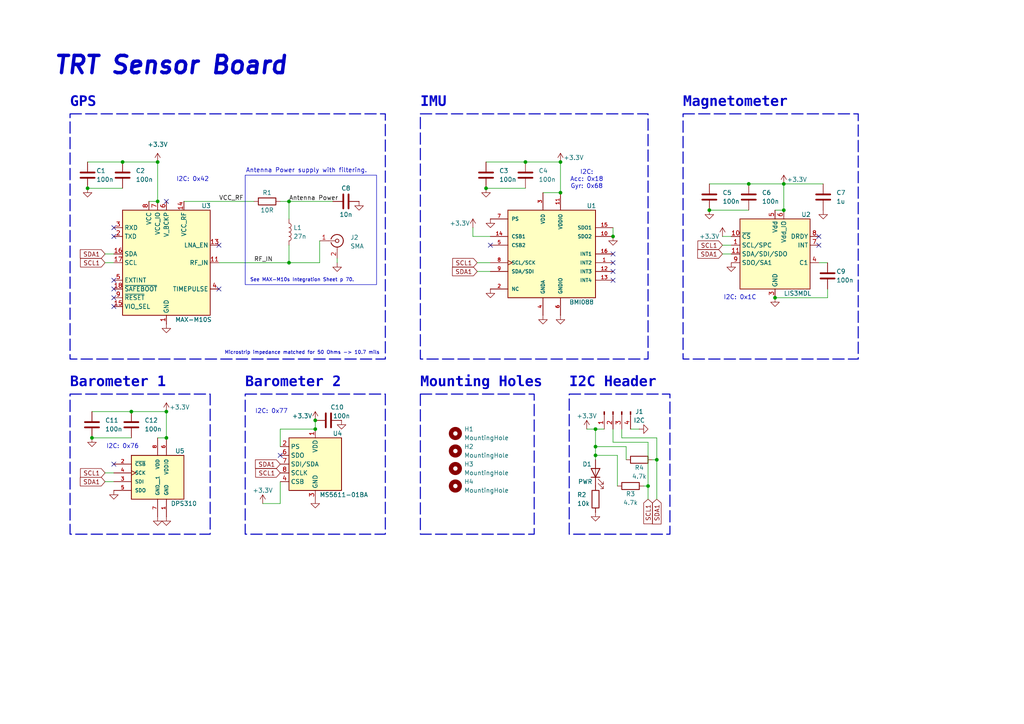
<source format=kicad_sch>
(kicad_sch (version 20231120) (generator "eeschema") (generator_version "8.0")
  (paper "A4")
  (title_block (title "TRT Sensor Board") (date "2024-09-04") (rev "0.1") (company "TRT"))
  (lib_symbols
    (symbol "BMI088:BMI088" (pin_names (offset 1.016))
      (property "Reference" "U" (at 7.62 15.24 0))
      (property "Value" "BMI088" (at 5.08 -15.24 0))
      (symbol "BMI088_0_0"
        (rectangle (start -12.7 12.7) (end 12.7 -12.7) (stroke (width 0.254)) (fill (type background)))
        (pin bidirectional line (at 17.78 -2.54 180) (length 5.08) (name "INT2") (number "1"))
        (pin output line (at 17.78 5.08 180) (length 5.08) (name "SDO2") (number "10"))
        (pin power_in line (at 2.54 17.78 270) (length 5.08) (name "VDDIO") (number "11"))
        (pin bidirectional line (at 17.78 -5.08 180) (length 5.08) (name "INT3") (number "12"))
        (pin bidirectional line (at 17.78 -7.62 180) (length 5.08) (name "INT4") (number "13"))
        (pin input line (at -17.78 5.08 0) (length 5.08) (name "CSB1") (number "14"))
        (pin output line (at 17.78 7.62 180) (length 5.08) (name "SDO1") (number "15"))
        (pin bidirectional line (at 17.78 0 180) (length 5.08) (name "INT1") (number "16"))
        (pin passive line (at -17.78 -10.16 0) (length 5.08) (name "NC") (number "2"))
        (pin power_in line (at -2.54 17.78 270) (length 5.08) (name "VDD") (number "3"))
        (pin power_in line (at -2.54 -17.78 90) (length 5.08) (name "GNDA") (number "4"))
        (pin input line (at -17.78 2.54 0) (length 5.08) (name "CSB2") (number "5"))
        (pin power_in line (at 2.54 -17.78 90) (length 5.08) (name "GNDIO") (number "6"))
        (pin input line (at -17.78 10.16 0) (length 5.08) (name "PS") (number "7"))
        (pin input clock (at -17.78 -2.54 0) (length 5.08) (name "SCL/SCK") (number "8"))
        (pin bidirectional line (at -17.78 -5.08 0) (length 5.08) (name "SDA/SDI") (number "9"))
      )
    )
    (symbol "Connector:Conn_01x04_Pin" (pin_names (offset 1.016) hide)
      (property "Reference" "J" (at 0 5.08 0))
      (property "Value" "Conn_01x04_Pin" (at 0 -7.62 0))
      (symbol "Conn_01x04_Pin_1_1"
        (polyline (pts (xy 1.27 -5.08) (xy 0.8636 -5.08)) (stroke (width 0.1524)))
        (polyline (pts (xy 1.27 -2.54) (xy 0.8636 -2.54)) (stroke (width 0.1524)))
        (polyline (pts (xy 1.27 0) (xy 0.8636 0)) (stroke (width 0.1524)))
        (polyline (pts (xy 1.27 2.54) (xy 0.8636 2.54)) (stroke (width 0.1524)))
        (rectangle (start 0.8636 -4.953) (end 0 -5.207) (stroke (width 0.1524)) (fill (type outline)))
        (rectangle (start 0.8636 -2.413) (end 0 -2.667) (stroke (width 0.1524)) (fill (type outline)))
        (rectangle (start 0.8636 0.127) (end 0 -0.127) (stroke (width 0.1524)) (fill (type outline)))
        (rectangle (start 0.8636 2.667) (end 0 2.413) (stroke (width 0.1524)) (fill (type outline)))
        (pin passive line (at 5.08 2.54 180) (length 3.81) (name "Pin_1") (number "1"))
        (pin passive line (at 5.08 0 180) (length 3.81) (name "Pin_2") (number "2"))
        (pin passive line (at 5.08 -2.54 180) (length 3.81) (name "Pin_3") (number "3"))
        (pin passive line (at 5.08 -5.08 180) (length 3.81) (name "Pin_4") (number "4"))
      )
    )
    (symbol "Connector:Conn_Coaxial" (pin_names (offset 1.016) hide)
      (property "Reference" "J" (at 0.254 3.048 0))
      (property "Value" "Conn_Coaxial" (at 2.921 0 90))
      (symbol "Conn_Coaxial_0_1"
        (arc (start -1.778 -0.508) (mid 0.2311 -1.8066) (end 1.778 0) (stroke (width 0.254)))
        (polyline (pts (xy -2.54 0) (xy -0.508 0)))
        (polyline (pts (xy 0 -2.54) (xy 0 -1.778)))
        (circle (center 0 0) (radius 0.508) (stroke (width 0.2032)))
        (arc (start 1.778 0) (mid 0.2099 1.8101) (end -1.778 0.508) (stroke (width 0.254)))
      )
      (symbol "Conn_Coaxial_1_1"
        (pin passive line (at -5.08 0 0) (length 2.54) (name "In") (number "1"))
        (pin passive line (at 0 -5.08 90) (length 2.54) (name "Ext") (number "2"))
      )
    )
    (symbol "DPS310XTSA1:DPS310XTSA1" (pin_names (offset 1.016))
      (property "Reference" "U" (at 2.54 5.08 0))
      (property "Value" "DPS310XTSA1" (at -7.62 -7.62 0))
      (symbol "DPS310XTSA1_0_0"
        (rectangle (start -10.16 5.08) (end 5.08 -7.62) (stroke (width 0.254)) (fill (type background)))
        (pin power_in line (at 0 -12.7 90) (length 5.08) (name "GND") (number "1"))
        (pin input line (at -15.24 2.54 0) (length 5.08) (name "~{CSB}") (number "2"))
        (pin bidirectional line (at -15.24 -2.54 0) (length 5.08) (name "SDI") (number "3"))
        (pin input clock (at -15.24 0 0) (length 5.08) (name "SCK") (number "4"))
        (pin output line (at -15.24 -5.08 0) (length 5.08) (name "SDO") (number "5"))
        (pin power_in line (at 0 10.16 270) (length 5.08) (name "VDDIO") (number "6"))
        (pin power_in line (at -2.54 -12.7 90) (length 5.08) (name "GND__1") (number "7"))
        (pin power_in line (at -2.54 10.16 270) (length 5.08) (name "VDD") (number "8"))
      )
    )
    (symbol "Device:C" (pin_numbers hide) (pin_names (offset 0.254))
      (property "Reference" "C" (at 0.635 2.54 0))
      (property "Value" "C" (at 0.635 -2.54 0))
      (symbol "C_0_1"
        (polyline (pts (xy -2.032 -0.762) (xy 2.032 -0.762)) (stroke (width 0.508)))
        (polyline (pts (xy -2.032 0.762) (xy 2.032 0.762)) (stroke (width 0.508)))
      )
      (symbol "C_1_1"
        (pin passive line (at 0 3.81 270) (length 2.794) (name "~") (number "1"))
        (pin passive line (at 0 -3.81 90) (length 2.794) (name "~") (number "2"))
      )
    )
    (symbol "Device:L" (pin_numbers hide) (pin_names (offset 1.016) hide)
      (property "Reference" "L" (at -1.27 0 90))
      (property "Value" "L" (at 1.905 0 90))
      (symbol "L_0_1"
        (arc (start 0 -2.54) (mid 0.6323 -1.905) (end 0 -1.27))
        (arc (start 0 -1.27) (mid 0.6323 -0.635) (end 0 0))
        (arc (start 0 0) (mid 0.6323 0.635) (end 0 1.27))
        (arc (start 0 1.27) (mid 0.6323 1.905) (end 0 2.54))
      )
      (symbol "L_1_1"
        (pin passive line (at 0 3.81 270) (length 1.27) (name "1") (number "1"))
        (pin passive line (at 0 -3.81 90) (length 1.27) (name "2") (number "2"))
      )
    )
    (symbol "Device:LED" (pin_numbers hide) (pin_names (offset 1.016) hide)
      (property "Reference" "D" (at 0 2.54 0))
      (property "Value" "LED" (at 0 -2.54 0))
      (symbol "LED_0_1"
        (polyline (pts (xy -1.27 -1.27) (xy -1.27 1.27)) (stroke (width 0.254)))
        (polyline (pts (xy -1.27 0) (xy 1.27 0)))
        (polyline (pts (xy 1.27 -1.27) (xy 1.27 1.27) (xy -1.27 0) (xy 1.27 -1.27)) (stroke (width 0.254)))
        (polyline (pts (xy -3.048 -0.762) (xy -4.572 -2.286) (xy -3.81 -2.286) (xy -4.572 -2.286) (xy -4.572 -1.524)))
        (polyline (pts (xy -1.778 -0.762) (xy -3.302 -2.286) (xy -2.54 -2.286) (xy -3.302 -2.286) (xy -3.302 -1.524)))
      )
      (symbol "LED_1_1"
        (pin passive line (at -3.81 0 0) (length 2.54) (name "K") (number "1"))
        (pin passive line (at 3.81 0 180) (length 2.54) (name "A") (number "2"))
      )
    )
    (symbol "Device:R" (pin_numbers hide) (pin_names (offset 0))
      (property "Reference" "R" (at 2.032 0 90))
      (property "Value" "R" (at 0 0 90))
      (symbol "R_0_1"
        (rectangle (start -1.016 -2.54) (end 1.016 2.54) (stroke (width 0.254)))
      )
      (symbol "R_1_1"
        (pin passive line (at 0 3.81 270) (length 1.27) (name "~") (number "1"))
        (pin passive line (at 0 -3.81 90) (length 1.27) (name "~") (number "2"))
      )
    )
    (symbol "Mechanical:MountingHole" (pin_names (offset 1.016)) (exclude_from_sim yes) (in_bom no)
      (property "Reference" "H" (at 0 5.08 0))
      (property "Value" "MountingHole" (at 0 3.175 0))
      (symbol "MountingHole_0_1"
        (circle (center 0 0) (radius 1.27) (stroke (width 1.27)))
      )
    )
    (symbol "RF_GPS:MAX-M10S"
      (property "Reference" "U" (at -10.16 16.51 0))
      (property "Value" "MAX-M10S" (at 11.43 16.51 0))
      (symbol "MAX-M10S_0_1"
        (rectangle (start 12.7 15.24) (end -12.7 -15.24) (stroke (width 0.254)) (fill (type background)))
      )
      (symbol "MAX-M10S_1_1"
        (pin power_in line (at 0 -17.78 90) (length 2.54) (name "GND") (number "1"))
        (pin passive line (at 0 -17.78 90) (length 2.54) hide (name "GND") (number "10"))
        (pin input line (at 15.24 0 180) (length 2.54) (name "RF_IN") (number "11"))
        (pin passive line (at 0 -17.78 90) (length 2.54) hide (name "GND") (number "12"))
        (pin output line (at 15.24 5.08 180) (length 2.54) (name "LNA_EN") (number "13"))
        (pin power_out line (at 5.08 17.78 270) (length 2.54) (name "VCC_RF") (number "14"))
        (pin input line (at -15.24 -12.7 0) (length 2.54) (name "VIO_SEL") (number "15"))
        (pin bidirectional line (at -15.24 2.54 0) (length 2.54) (name "SDA") (number "16"))
        (pin input line (at -15.24 0 0) (length 2.54) (name "SCL") (number "17"))
        (pin input line (at -15.24 -7.62 0) (length 2.54) (name "~{SAFEBOOT}") (number "18"))
        (pin output line (at -15.24 7.62 0) (length 2.54) (name "TXD") (number "2"))
        (pin input line (at -15.24 10.16 0) (length 2.54) (name "RXD") (number "3"))
        (pin output line (at 15.24 -7.62 180) (length 2.54) (name "TIMEPULSE") (number "4"))
        (pin input line (at -15.24 -5.08 0) (length 2.54) (name "EXTINT") (number "5"))
        (pin power_in line (at 0 17.78 270) (length 2.54) (name "V_BCKP") (number "6"))
        (pin power_in line (at -2.54 17.78 270) (length 2.54) (name "VCC_IO") (number "7"))
        (pin power_in line (at -5.08 17.78 270) (length 2.54) (name "VCC") (number "8"))
        (pin input line (at -15.24 -10.16 0) (length 2.54) (name "~{RESET}") (number "9"))
      )
    )
    (symbol "Sensor_Magnetic:LIS3MDL"
      (property "Reference" "U" (at -8.89 11.43 0))
      (property "Value" "LIS3MDL" (at 7.62 11.43 0))
      (symbol "LIS3MDL_0_1"
        (rectangle (start -10.16 10.16) (end 10.16 -10.16) (stroke (width 0.254)) (fill (type background)))
      )
      (symbol "LIS3MDL_1_1"
        (pin input line (at -12.7 2.54 0) (length 2.54) (name "SCL/SPC") (number "1"))
        (pin input line (at -12.7 5.08 0) (length 2.54) (name "~{CS}") (number "10"))
        (pin bidirectional line (at -12.7 0 0) (length 2.54) (name "SDA/SDI/SDO") (number "11"))
        (pin passive line (at 0 -12.7 90) (length 2.54) hide (name "GND") (number "12"))
        (pin passive line (at 0 -12.7 90) (length 2.54) hide (name "GND") (number "2"))
        (pin power_in line (at 0 -12.7 90) (length 2.54) (name "GND") (number "3"))
        (pin power_out line (at 12.7 -2.54 180) (length 2.54) (name "C1") (number "4"))
        (pin power_in line (at 0 12.7 270) (length 2.54) (name "Vdd") (number "5"))
        (pin power_in line (at 2.54 12.7 270) (length 2.54) (name "Vdd_IO") (number "6"))
        (pin output line (at 12.7 2.54 180) (length 2.54) (name "INT") (number "7"))
        (pin output line (at 12.7 5.08 180) (length 2.54) (name "DRDY") (number "8"))
        (pin bidirectional line (at -12.7 -2.54 0) (length 2.54) (name "SDO/SA1") (number "9"))
      )
    )
    (symbol "Sensor_Pressure:MS5611-01BA"
      (property "Reference" "U" (at -6.35 8.89 0))
      (property "Value" "MS5611-01BA" (at 7.62 8.89 0))
      (symbol "MS5611-01BA_0_1"
        (rectangle (start -7.62 7.62) (end 7.62 -7.62) (stroke (width 0.254)) (fill (type background)))
      )
      (symbol "MS5611-01BA_1_1"
        (pin power_in line (at 0 10.16 270) (length 2.54) (name "VDD") (number "1"))
        (pin input line (at -10.16 5.08 0) (length 2.54) (name "PS") (number "2"))
        (pin power_in line (at 0 -10.16 90) (length 2.54) (name "GND") (number "3"))
        (pin input line (at -10.16 -5.08 0) (length 2.54) (name "CSB") (number "4"))
        (pin input line (at -10.16 -5.08 0) (length 2.54) hide (name "CSB") (number "5"))
        (pin output line (at -10.16 2.54 0) (length 2.54) (name "SDO") (number "6"))
        (pin bidirectional line (at -10.16 0 0) (length 2.54) (name "SDI/SDA") (number "7"))
        (pin input line (at -10.16 -2.54 0) (length 2.54) (name "SCLK") (number "8"))
      )
    )
    (symbol "power:+3.3V" (power) (pin_numbers hide) (pin_names (offset 0) hide)
      (property "Value" "+3.3V" (at 0 3.556 0))
      (symbol "+3.3V_0_1"
        (polyline (pts (xy -0.762 1.27) (xy 0 2.54)))
        (polyline (pts (xy 0 0) (xy 0 2.54)))
        (polyline (pts (xy 0 2.54) (xy 0.762 1.27)))
      )
      (symbol "+3.3V_1_1"
        (pin power_in line (at 0 0 90) (length 0) (name "~") (number "1"))
      )
    )
    (symbol "power:GND" (power) (pin_numbers hide) (pin_names (offset 0) hide)
      (property "Value" "GND" (at 0 -3.81 0))
      (symbol "GND_0_1"
        (polyline (pts (xy 0 0) (xy 0 -1.27) (xy 1.27 -1.27) (xy 0 -2.54) (xy -1.27 -1.27) (xy 0 -1.27)))
      )
      (symbol "GND_1_1"
        (pin power_in line (at 0 0 270) (length 0) (name "~") (number "1"))
      )
    )
  )
  (junction (at 172.72 124.46))
  (junction (at 227.33 53.34))
  (junction (at 162.56 55.88))
  (junction (at 224.79 86.36))
  (junction (at 162.56 46.99))
  (junction (at 172.72 132.08))
  (junction (at 217.17 53.34))
  (junction (at 205.74 60.96))
  (junction (at 152.4 46.99))
  (junction (at 25.4 54.61))
  (junction (at 83.82 76.2))
  (junction (at 190.5 133.35))
  (junction (at 26.67 127))
  (junction (at 172.72 129.54))
  (junction (at 35.56 46.99))
  (junction (at 91.44 124.46))
  (junction (at 83.82 58.42))
  (junction (at 140.97 54.61))
  (junction (at 177.8 68.58))
  (junction (at 38.1 119.38))
  (junction (at 227.33 60.96))
  (junction (at 187.96 140.97))
  (junction (at 45.72 46.99))
  (junction (at 48.26 127))
  (junction (at 91.44 121.92))
  (junction (at 48.26 119.38))
  (junction (at 45.72 58.42))
  (no_connect (at 33.02 86.36))
  (no_connect (at 142.24 71.12))
  (no_connect (at 33.02 66.04))
  (no_connect (at 33.02 83.82))
  (no_connect (at 63.5 83.82))
  (no_connect (at 237.49 68.58))
  (no_connect (at 33.02 88.9))
  (no_connect (at 81.28 132.08))
  (no_connect (at 33.02 81.28))
  (no_connect (at 33.02 134.62))
  (no_connect (at 33.02 68.58))
  (no_connect (at 177.8 76.2))
  (no_connect (at 237.49 71.12))
  (no_connect (at 63.5 71.12))
  (no_connect (at 177.8 78.74))
  (no_connect (at 48.26 58.42))
  (no_connect (at 177.8 73.66))
  (no_connect (at 177.8 81.28))
  (wire (pts (xy 172.72 124.46) (xy 170.18 124.46)))
  (wire (pts (xy 190.5 144.78) (xy 190.5 133.35)))
  (wire (pts (xy 190.5 127) (xy 180.34 127)))
  (wire (pts (xy 43.18 58.42) (xy 45.72 58.42)))
  (wire (pts (xy 177.8 128.27) (xy 177.8 124.46)))
  (wire (pts (xy 81.28 139.7) (xy 81.28 146.05)))
  (wire (pts (xy 227.33 53.34) (xy 227.33 60.96)))
  (wire (pts (xy 45.72 46.99) (xy 45.72 58.42)))
  (wire (pts (xy 30.48 76.2) (xy 33.02 76.2)))
  (wire (pts (xy 162.56 46.99) (xy 162.56 55.88)))
  (wire (pts (xy 138.43 76.2) (xy 142.24 76.2)))
  (wire (pts (xy 152.4 46.99) (xy 162.56 46.99)))
  (wire (pts (xy 35.56 46.99) (xy 45.72 46.99)))
  (wire (pts (xy 53.34 58.42) (xy 73.66 58.42)))
  (wire (pts (xy 190.5 133.35) (xy 190.5 127)))
  (wire (pts (xy 240.03 83.82) (xy 240.03 86.36)))
  (wire (pts (xy 138.43 78.74) (xy 142.24 78.74)))
  (wire (pts (xy 180.34 127) (xy 180.34 124.46)))
  (wire (pts (xy 189.23 133.35) (xy 190.5 133.35)))
  (wire (pts (xy 92.71 76.2) (xy 92.71 69.85)))
  (wire (pts (xy 83.82 58.42) (xy 96.52 58.42)))
  (wire (pts (xy 172.72 124.46) (xy 175.26 124.46)))
  (wire (pts (xy 186.69 140.97) (xy 187.96 140.97)))
  (wire (pts (xy 30.48 139.7) (xy 33.02 139.7)))
  (wire (pts (xy 83.82 76.2) (xy 92.71 76.2)))
  (wire (pts (xy 179.07 140.97) (xy 179.07 132.08)))
  (wire (pts (xy 140.97 46.99) (xy 152.4 46.99)))
  (wire (pts (xy 45.72 127) (xy 48.26 127)))
  (wire (pts (xy 172.72 132.08) (xy 172.72 129.54)))
  (wire (pts (xy 81.28 124.46) (xy 81.28 129.54)))
  (wire (pts (xy 182.88 124.46) (xy 185.42 124.46)))
  (wire (pts (xy 212.09 68.58) (xy 209.55 68.58)))
  (wire (pts (xy 179.07 132.08) (xy 172.72 132.08)))
  (wire (pts (xy 91.44 121.92) (xy 91.44 124.46)))
  (wire (pts (xy 172.72 129.54) (xy 172.72 124.46)))
  (wire (pts (xy 187.96 128.27) (xy 187.96 140.97)))
  (wire (pts (xy 30.48 137.16) (xy 33.02 137.16)))
  (wire (pts (xy 209.55 71.12) (xy 212.09 71.12)))
  (wire (pts (xy 81.28 124.46) (xy 91.44 124.46)))
  (wire (pts (xy 38.1 119.38) (xy 48.26 119.38)))
  (wire (pts (xy 97.79 74.93) (xy 97.79 76.2)))
  (wire (pts (xy 177.8 66.04) (xy 177.8 68.58)))
  (wire (pts (xy 83.82 58.42) (xy 83.82 63.5)))
  (wire (pts (xy 142.24 68.58) (xy 137.16 68.58)))
  (wire (pts (xy 26.67 119.38) (xy 38.1 119.38)))
  (wire (pts (xy 26.67 127) (xy 38.1 127)))
  (wire (pts (xy 157.48 55.88) (xy 162.56 55.88)))
  (wire (pts (xy 187.96 144.78) (xy 187.96 140.97)))
  (wire (pts (xy 25.4 46.99) (xy 35.56 46.99)))
  (wire (pts (xy 140.97 54.61) (xy 152.4 54.61)))
  (wire (pts (xy 187.96 128.27) (xy 177.8 128.27)))
  (wire (pts (xy 224.79 60.96) (xy 227.33 60.96)))
  (wire (pts (xy 205.74 53.34) (xy 217.17 53.34)))
  (wire (pts (xy 48.26 119.38) (xy 48.26 127)))
  (wire (pts (xy 81.28 58.42) (xy 83.82 58.42)))
  (wire (pts (xy 181.61 129.54) (xy 172.72 129.54)))
  (wire (pts (xy 205.74 60.96) (xy 217.17 60.96)))
  (wire (pts (xy 227.33 53.34) (xy 238.76 53.34)))
  (wire (pts (xy 181.61 133.35) (xy 181.61 129.54)))
  (wire (pts (xy 30.48 73.66) (xy 33.02 73.66)))
  (wire (pts (xy 137.16 66.04) (xy 137.16 68.58)))
  (wire (pts (xy 76.2 146.05) (xy 81.28 146.05)))
  (wire (pts (xy 217.17 53.34) (xy 227.33 53.34)))
  (wire (pts (xy 63.5 76.2) (xy 83.82 76.2)))
  (wire (pts (xy 237.49 76.2) (xy 240.03 76.2)))
  (wire (pts (xy 209.55 73.66) (xy 212.09 73.66)))
  (wire (pts (xy 25.4 54.61) (xy 35.56 54.61)))
  (wire (pts (xy 83.82 71.12) (xy 83.82 76.2)))
  (wire (pts (xy 172.72 133.35) (xy 172.72 132.08)))
  (wire (pts (xy 224.79 86.36) (xy 240.03 86.36)))
  (rectangle (start 20.32 33.02) (end 111.76 104.14) (stroke (width 0.3) (type dash)))
  (rectangle (start 165.1 114.3) (end 194.31 154.94) (stroke (width 0.3) (type dash)))
  (rectangle (start 71.12 50.8) (end 109.22 82.55))
  (rectangle (start 71.12 114.3) (end 111.76 154.94) (stroke (width 0.3) (type dash)))
  (rectangle (start 121.92 33.02) (end 187.96 104.14) (stroke (width 0.3) (type dash)))
  (rectangle (start 20.32 114.3) (end 60.96 154.94) (stroke (width 0.3) (type dash)))
  (rectangle (start 198.12 33.02) (end 248.92 104.14) (stroke (width 0.3) (type dash)))
  (rectangle (start 121.92 114.3) (end 154.94 154.94) (stroke (width 0.3) (type dash)))
  (text "IMU" (at 121.92 30.48 0) (effects (font (size 3 3) (thickness 1) (bold yes)) (justify left)))
  (text "TRT Sensor Board" (at 49.53 19.05 0) (effects (font (size 5 5) (thickness 1) (bold yes) (italic yes))))
  (text "I2C:\nAcc: 0x18\nGyr: 0x68" (at 170.18 52.07 0) (effects (font (size 1.27 1.27))))
  (text "I2C: 0x1C" (at 214.63 86.36 0) (effects (font (size 1.27 1.27))))
  (text "Barometer 2" (at 71.12 111.76 0) (effects (font (size 3 3) (thickness 1) (bold yes)) (justify left)))
  (text "Magnetometer" (at 198.12 30.48 0) (effects (font (size 3 3) (thickness 1) (bold yes)) (justify left)))
  (text "GPS" (at 20.32 30.48 0) (effects (font (size 3 3) (thickness 1) (bold yes)) (justify left)))
  (text "I2C: 0x42" (at 55.88 52.07 0) (effects (font (size 1.27 1.27))))
  (text "I2C: 0x77" (at 78.74 119.38 0) (effects (font (size 1.27 1.27))))
  (text "See MAX-M10s Integration Sheet p 70." (at 87.63 81.28 0) (effects (font (size 1 1))))
  (text "I2C Header" (at 165.1 111.76 0) (effects (font (size 3 3) (thickness 1) (bold yes)) (justify left)))
  (text "Microstrip impedance matched for 50 Ohms -> 10.7 mils" (at 87.63 102.362 0) (effects (font (size 1 1))))
  (text "Mounting Holes" (at 121.92 111.76 0) (effects (font (size 3 3) (thickness 1) (bold yes)) (justify left)))
  (text "Antenna Power supply with filtering." (at 88.9 49.53 0) (effects (font (size 1.27 1.27))))
  (text "Barometer 1\n" (at 20.32 111.76 0) (effects (font (size 3 3) (thickness 1) (bold yes)) (justify left)))
  (text "I2C: 0x76" (at 35.56 129.54 0) (effects (font (size 1.27 1.27))))
  (label "Antenna Power" (at 83.82 58.42 0))
  (label "VCC_RF" (at 63.5 58.42 0))
  (label "RF_IN" (at 73.66 76.2 0))
  (global_label "SCL1" (shape input) (at 30.48 76.2 180) (property "Intersheetrefs" "${INTERSHEET_REFS}" (effects (hide yes))))
  (global_label "SCL1" (shape input) (at 138.43 76.2 180) (property "Intersheetrefs" "${INTERSHEET_REFS}" (effects (hide yes))))
  (global_label "SCL1" (shape input) (at 81.28 137.16 180) (property "Intersheetrefs" "${INTERSHEET_REFS}" (effects (hide yes))))
  (global_label "SDA1" (shape input) (at 190.5 144.78 270) (property "Intersheetrefs" "${INTERSHEET_REFS}" (effects (hide yes))))
  (global_label "SDA1" (shape input) (at 30.48 139.7 180) (property "Intersheetrefs" "${INTERSHEET_REFS}" (effects (hide yes))))
  (global_label "SDA1" (shape input) (at 81.28 134.62 180) (property "Intersheetrefs" "${INTERSHEET_REFS}" (effects (hide yes))))
  (global_label "SDA1" (shape input) (at 30.48 73.66 180) (property "Intersheetrefs" "${INTERSHEET_REFS}" (effects (hide yes))))
  (global_label "SCL1" (shape input) (at 30.48 137.16 180) (property "Intersheetrefs" "${INTERSHEET_REFS}" (effects (hide yes))))
  (global_label "SCL1" (shape input) (at 209.55 71.12 180) (property "Intersheetrefs" "${INTERSHEET_REFS}" (effects (hide yes))))
  (global_label "SDA1" (shape input) (at 138.43 78.74 180) (property "Intersheetrefs" "${INTERSHEET_REFS}" (effects (hide yes))))
  (global_label "SDA1" (shape input) (at 209.55 73.66 180) (property "Intersheetrefs" "${INTERSHEET_REFS}" (effects (hide yes))))
  (global_label "SCL1" (shape input) (at 187.96 144.78 270) (property "Intersheetrefs" "${INTERSHEET_REFS}" (effects (hide yes))))
  (symbol (lib_id "power:GND") (at 238.76 60.96 0) (unit 1)
    (property "Reference" "#PWR08" (effects (hide yes)))
    (property "Value" "GND" (effects (hide yes)))
    (property "Description" "Power symbol creates a global label with name \"GND\" , ground" (effects (hide yes)))
  )
  (symbol (lib_id "DPS310XTSA1:DPS310XTSA1") (at 48.26 137.16 0) (unit 1)
    (property "Reference" "U5" (at 50.8 130.81 0) (effects (justify left)))
    (property "Value" "DPS310" (at 49.53 146.05 0) (effects (justify left)))
    (property "Footprint" "DPS310XTSA1:XDCR_DPS310XTSA1" (effects (hide yes)))
    (property "Description" "Supply voltage range 1.7V to 3.6V | Operation range 300hPa 1200hPa | Sensors precision 0.005hPa | Relative accuracy 0.06hPa | Pressure temperature sensitivity of 0.5Pa/K | Temperature accuracy 0.5C" (effects (hide yes)))
    (property "MF" "Infineon" (effects (hide yes)))
    (property "PACKAGE" "LGA-8 Infineon" (effects (hide yes)))
    (property "PRICE" "None" (effects (hide yes)))
    (property "MP" "DPS310XTSA1" (effects (hide yes)))
    (property "AVAILABILITY" "Unavailable" (effects (hide yes)))
  )
  (symbol (lib_id "Device:R") (at 172.72 144.78 0) (unit 1)
    (property "Reference" "R2" (at 167.386 143.51 0) (effects (justify left)))
    (property "Value" "10k" (at 167.386 146.05 0) (effects (justify left)))
    (property "Footprint" "Resistor_SMD:R_0805_2012Metric" (effects (hide yes)))
    (property "Description" "Resistor" (effects (hide yes)))
  )
  (symbol (lib_id "power:GND") (at 33.02 142.24 0) (unit 1)
    (property "Reference" "#PWR027" (effects (hide yes)))
    (property "Value" "GND" (effects (hide yes)))
    (property "Description" "Power symbol creates a global label with name \"GND\" , ground" (effects (hide yes)))
  )
  (symbol (lib_id "power:+3.3V") (at 209.55 68.58 0) (unit 1)
    (property "Reference" "#PWR012" (effects (hide yes)))
    (property "Value" "+3.3V" (at 205.74 68.58 0))
    (property "Description" "Power symbol creates a global label with name \"+3.3V\"" (effects (hide yes)))
  )
  (symbol (lib_id "Connector:Conn_01x04_Pin") (at 177.8 119.38 90) (mirror x) (unit 1)
    (property "Reference" "J1" (at 185.42 119.38 90))
    (property "Value" "I2C" (at 185.42 121.92 90))
    (property "Footprint" "Connector_JST:JST_XH_B4B-XH-A_1x04_P2.50mm_Vertical" (effects (hide yes)))
    (property "Description" "Generic connector, single row, 01x04, script generated" (effects (hide yes)))
  )
  (symbol (lib_id "power:GND") (at 48.26 149.86 0) (unit 1)
    (property "Reference" "#PWR031" (effects (hide yes)))
    (property "Value" "GND" (effects (hide yes)))
    (property "Description" "Power symbol creates a global label with name \"GND\" , ground" (effects (hide yes)))
  )
  (symbol (lib_id "power:+3.3V") (at 162.56 46.99 0) (unit 1)
    (property "Reference" "#PWR02" (effects (hide yes)))
    (property "Value" "+3.3V" (at 166.37 45.72 0))
    (property "Description" "Power symbol creates a global label with name \"+3.3V\"" (effects (hide yes)))
  )
  (symbol (lib_id "power:GND") (at 26.67 127 0) (unit 1)
    (property "Reference" "#PWR025" (effects (hide yes)))
    (property "Value" "GND" (effects (hide yes)))
    (property "Description" "Power symbol creates a global label with name \"GND\" , ground" (effects (hide yes)))
  )
  (symbol (lib_id "Device:C") (at 38.1 123.19 0) (unit 1)
    (property "Reference" "C12" (at 41.91 121.9199 0) (effects (justify left)))
    (property "Value" "100n" (at 41.91 124.4599 0) (effects (justify left)))
    (property "Footprint" "Capacitor_SMD:C_0805_2012Metric" (effects (hide yes)))
    (property "Description" "Unpolarized capacitor" (effects (hide yes)))
  )
  (symbol (lib_id "power:GND") (at 172.72 148.59 0) (unit 1)
    (property "Reference" "#PWR026" (effects (hide yes)))
    (property "Value" "GND" (effects (hide yes)))
    (property "Description" "Power symbol creates a global label with name \"GND\" , ground" (effects (hide yes)))
  )
  (symbol (lib_id "Device:C") (at 205.74 57.15 0) (unit 1)
    (property "Reference" "C5" (at 209.55 55.8799 0) (effects (justify left)))
    (property "Value" "100n" (at 209.55 58.4199 0) (effects (justify left)))
    (property "Footprint" "Capacitor_SMD:C_0805_2012Metric" (effects (hide yes)))
    (property "Description" "Unpolarized capacitor" (effects (hide yes)))
  )
  (symbol (lib_id "BMI088:BMI088") (at 160.02 73.66 0) (unit 1)
    (property "Reference" "U1" (at 170.18 59.69 0) (effects (justify left)))
    (property "Value" "BMI088" (at 165.1 87.63 0) (effects (justify left)))
    (property "Footprint" "BMI088:PQFN50P450X300X100-16N" (effects (hide yes)))
    (property "Description" "Accelerometer, Gyroscope, 6 Axis Sensor I²C, SPI Output" (effects (hide yes)))
    (property "MF" "Bosch Sensortec" (effects (hide yes)))
    (property "PURCHASE-URL" "https://pricing.snapeda.com/search/part/BMI088/?ref=eda" (effects (hide yes)))
    (property "PACKAGE" "VFLGA-16 Bosch Sensortec" (effects (hide yes)))
    (property "PRICE" "None" (effects (hide yes)))
    (property "MP" "BMI088" (effects (hide yes)))
    (property "AVAILABILITY" "In Stock" (effects (hide yes)))
  )
  (symbol (lib_id "power:GND") (at 224.79 86.36 0) (unit 1)
    (property "Reference" "#PWR016" (effects (hide yes)))
    (property "Value" "GND" (effects (hide yes)))
    (property "Description" "Power symbol creates a global label with name \"GND\" , ground" (effects (hide yes)))
  )
  (symbol (lib_id "Device:C") (at 100.33 58.42 90) (unit 1)
    (property "Reference" "C8" (at 100.33 54.61 90))
    (property "Value" "10n" (at 100.33 62.23 90))
    (property "Footprint" "Capacitor_SMD:C_0805_2012Metric" (effects (hide yes)))
    (property "Description" "Unpolarized capacitor" (effects (hide yes)))
  )
  (symbol (lib_id "power:+3.3V") (at 137.16 66.04 0) (unit 1)
    (property "Reference" "#PWR010" (effects (hide yes)))
    (property "Value" "+3.3V" (at 133.35 64.77 0))
    (property "Description" "Power symbol creates a global label with name \"+3.3V\"" (effects (hide yes)))
  )
  (symbol (lib_id "Mechanical:MountingHole") (at 132.08 140.97 0) (unit 1) (exclude_from_sim yes) (in_bom no)
    (property "Reference" "H4" (at 134.62 139.6999 0) (effects (justify left)))
    (property "Value" "MountingHole" (at 134.62 142.2399 0) (effects (justify left)))
    (property "Footprint" "MountingHole:MountingHole_3.2mm_M3" (effects (hide yes)))
    (property "Description" "Mounting Hole without connection" (effects (hide yes)))
  )
  (symbol (lib_id "Sensor_Magnetic:LIS3MDL") (at 224.79 73.66 0) (unit 1)
    (property "Reference" "U2" (at 232.41 62.23 0) (effects (justify left)))
    (property "Value" "LIS3MDL" (at 227.33 85.09 0) (effects (justify left)))
    (property "Footprint" "Package_LGA:LGA-12_2x2mm_P0.5mm" (effects (hide yes)))
    (property "Datasheet" "https://www.st.com/resource/en/datasheet/lis3mdl.pdf" (effects (hide yes)))
    (property "Description" "Ultra-low-power, 3-axis digital output magnetometer, LGA-12" (effects (hide yes)))
  )
  (symbol (lib_id "Device:L") (at 83.82 67.31 0) (unit 1)
    (property "Reference" "L1" (at 85.09 66.0399 0) (effects (justify left)))
    (property "Value" "27n" (at 85.09 68.5799 0) (effects (justify left)))
    (property "Footprint" "Inductor_SMD:L_0805_2012Metric" (effects (hide yes)))
    (property "Description" "Inductor" (effects (hide yes)))
  )
  (symbol (lib_id "Device:C") (at 35.56 50.8 0) (unit 1)
    (property "Reference" "C2" (at 39.37 49.5299 0) (effects (justify left)))
    (property "Value" "100n" (at 39.37 52.0699 0) (effects (justify left)))
    (property "Footprint" "Capacitor_SMD:C_0805_2012Metric" (effects (hide yes)))
    (property "Description" "Unpolarized capacitor" (effects (hide yes)))
  )
  (symbol (lib_id "Connector:Conn_Coaxial") (at 97.79 69.85 0) (unit 1)
    (property "Reference" "J2" (at 101.6 68.8731 0) (effects (justify left)))
    (property "Value" "SMA" (at 101.6 71.4131 0) (effects (justify left)))
    (property "Footprint" "Connector_Coaxial:SMA_Amphenol_901-143_Horizontal" (effects (hide yes)))
    (property "Description" "coaxial connector (BNC, SMA, SMB, SMC, Cinch/RCA, LEMO, ...)" (effects (hide yes)))
  )
  (symbol (lib_id "power:GND") (at 99.06 121.92 0) (unit 1)
    (property "Reference" "#PWR022" (effects (hide yes)))
    (property "Value" "GND" (effects (hide yes)))
    (property "Description" "Power symbol creates a global label with name \"GND\" , ground" (effects (hide yes)))
  )
  (symbol (lib_id "Device:C") (at 152.4 50.8 0) (unit 1)
    (property "Reference" "C4" (at 156.21 49.5299 0) (effects (justify left)))
    (property "Value" "100n" (at 156.21 52.0699 0) (effects (justify left)))
    (property "Footprint" "Capacitor_SMD:C_0805_2012Metric" (effects (hide yes)))
    (property "Description" "Unpolarized capacitor" (effects (hide yes)))
  )
  (symbol (lib_id "power:GND") (at 104.14 58.42 0) (unit 1)
    (property "Reference" "#PWR06" (effects (hide yes)))
    (property "Value" "GND" (effects (hide yes)))
    (property "Description" "Power symbol creates a global label with name \"GND\" , ground" (effects (hide yes)))
  )
  (symbol (lib_id "Device:C") (at 217.17 57.15 0) (unit 1)
    (property "Reference" "C6" (at 220.98 55.8799 0) (effects (justify left)))
    (property "Value" "100n" (at 220.98 58.4199 0) (effects (justify left)))
    (property "Footprint" "Capacitor_SMD:C_0805_2012Metric" (effects (hide yes)))
    (property "Description" "Unpolarized capacitor" (effects (hide yes)))
  )
  (symbol (lib_id "Device:LED") (at 172.72 137.16 90) (unit 1)
    (property "Reference" "D1" (at 168.91 134.62 90) (effects (justify right)))
    (property "Value" "PWR" (at 167.64 139.7 90) (effects (justify right)))
    (property "Footprint" "LED_SMD:LED_0805_2012Metric" (effects (hide yes)))
    (property "Description" "Light emitting diode" (effects (hide yes)))
  )
  (symbol (lib_id "power:GND") (at 25.4 54.61 0) (unit 1)
    (property "Reference" "#PWR04" (effects (hide yes)))
    (property "Value" "GND" (effects (hide yes)))
    (property "Description" "Power symbol creates a global label with name \"GND\" , ground" (effects (hide yes)))
  )
  (symbol (lib_id "power:GND") (at 157.48 91.44 0) (unit 1)
    (property "Reference" "#PWR017" (effects (hide yes)))
    (property "Value" "GND" (effects (hide yes)))
    (property "Description" "Power symbol creates a global label with name \"GND\" , ground" (effects (hide yes)))
  )
  (symbol (lib_id "Device:C") (at 95.25 121.92 90) (unit 1)
    (property "Reference" "C10" (at 97.79 118.11 90))
    (property "Value" "100n" (at 99.06 120.65 90))
    (property "Footprint" "Capacitor_SMD:C_0805_2012Metric" (effects (hide yes)))
    (property "Description" "Unpolarized capacitor" (effects (hide yes)))
  )
  (symbol (lib_id "power:GND") (at 185.42 124.46 90) (unit 1)
    (property "Reference" "#PWR024" (effects (hide yes)))
    (property "Value" "GND" (effects (hide yes)))
    (property "Description" "Power symbol creates a global label with name \"GND\" , ground" (effects (hide yes)))
  )
  (symbol (lib_id "Mechanical:MountingHole") (at 132.08 135.89 0) (unit 1) (exclude_from_sim yes) (in_bom no)
    (property "Reference" "H3" (at 134.62 134.6199 0) (effects (justify left)))
    (property "Value" "MountingHole" (at 134.62 137.1599 0) (effects (justify left)))
    (property "Footprint" "MountingHole:MountingHole_3.2mm_M3" (effects (hide yes)))
    (property "Description" "Mounting Hole without connection" (effects (hide yes)))
  )
  (symbol (lib_id "power:GND") (at 142.24 83.82 0) (unit 1)
    (property "Reference" "#PWR015" (effects (hide yes)))
    (property "Value" "GND" (effects (hide yes)))
    (property "Description" "Power symbol creates a global label with name \"GND\" , ground" (effects (hide yes)))
  )
  (symbol (lib_id "power:+3.3V") (at 45.72 46.99 0) (unit 1)
    (property "Reference" "#PWR01" (effects (hide yes)))
    (property "Value" "+3.3V" (at 45.72 41.91 0))
    (property "Description" "Power symbol creates a global label with name \"+3.3V\"" (effects (hide yes)))
  )
  (symbol (lib_id "power:+3.3V") (at 227.33 53.34 0) (unit 1)
    (property "Reference" "#PWR03" (effects (hide yes)))
    (property "Value" "+3.3V" (at 231.14 52.07 0))
    (property "Description" "Power symbol creates a global label with name \"+3.3V\"" (effects (hide yes)))
  )
  (symbol (lib_id "Device:C") (at 140.97 50.8 0) (unit 1)
    (property "Reference" "C3" (at 144.78 49.5299 0) (effects (justify left)))
    (property "Value" "100n" (at 144.78 52.0699 0) (effects (justify left)))
    (property "Footprint" "Capacitor_SMD:C_0805_2012Metric" (effects (hide yes)))
    (property "Description" "Unpolarized capacitor" (effects (hide yes)))
  )
  (symbol (lib_id "power:GND") (at 205.74 60.96 0) (unit 1)
    (property "Reference" "#PWR07" (effects (hide yes)))
    (property "Value" "GND" (effects (hide yes)))
    (property "Description" "Power symbol creates a global label with name \"GND\" , ground" (effects (hide yes)))
  )
  (symbol (lib_id "power:GND") (at 162.56 91.44 0) (unit 1)
    (property "Reference" "#PWR018" (effects (hide yes)))
    (property "Value" "GND" (effects (hide yes)))
    (property "Description" "Power symbol creates a global label with name \"GND\" , ground" (effects (hide yes)))
  )
  (symbol (lib_id "power:GND") (at 142.24 63.5 0) (unit 1)
    (property "Reference" "#PWR09" (effects (hide yes)))
    (property "Value" "GND" (effects (hide yes)))
    (property "Description" "Power symbol creates a global label with name \"GND\" , ground" (effects (hide yes)))
  )
  (symbol (lib_id "power:GND") (at 140.97 54.61 0) (unit 1)
    (property "Reference" "#PWR05" (effects (hide yes)))
    (property "Value" "GND" (effects (hide yes)))
    (property "Description" "Power symbol creates a global label with name \"GND\" , ground" (effects (hide yes)))
  )
  (symbol (lib_id "Device:R") (at 77.47 58.42 90) (unit 1)
    (property "Reference" "R1" (at 77.47 55.88 90))
    (property "Value" "10R" (at 77.47 60.96 90))
    (property "Footprint" "Resistor_SMD:R_0805_2012Metric" (effects (hide yes)))
    (property "Description" "Resistor" (effects (hide yes)))
  )
  (symbol (lib_id "power:GND") (at 177.8 68.58 0) (unit 1)
    (property "Reference" "#PWR011" (effects (hide yes)))
    (property "Value" "GND" (effects (hide yes)))
    (property "Description" "Power symbol creates a global label with name \"GND\" , ground" (effects (hide yes)))
  )
  (symbol (lib_id "Mechanical:MountingHole") (at 132.08 125.73 0) (unit 1) (exclude_from_sim yes) (in_bom no)
    (property "Reference" "H1" (at 134.62 124.4599 0) (effects (justify left)))
    (property "Value" "MountingHole" (at 134.62 126.9999 0) (effects (justify left)))
    (property "Footprint" "MountingHole:MountingHole_3.2mm_M3" (effects (hide yes)))
    (property "Description" "Mounting Hole without connection" (effects (hide yes)))
  )
  (symbol (lib_id "power:GND") (at 97.79 76.2 0) (unit 1)
    (property "Reference" "#PWR013" (effects (hide yes)))
    (property "Value" "GND" (effects (hide yes)))
    (property "Description" "Power symbol creates a global label with name \"GND\" , ground" (effects (hide yes)))
  )
  (symbol (lib_id "Mechanical:MountingHole") (at 132.08 130.81 0) (unit 1) (exclude_from_sim yes) (in_bom no)
    (property "Reference" "H2" (at 134.62 129.5399 0) (effects (justify left)))
    (property "Value" "MountingHole" (at 134.62 132.0799 0) (effects (justify left)))
    (property "Footprint" "MountingHole:MountingHole_3.2mm_M3" (effects (hide yes)))
    (property "Description" "Mounting Hole without connection" (effects (hide yes)))
  )
  (symbol (lib_id "power:+3.3V") (at 48.26 119.38 0) (unit 1)
    (property "Reference" "#PWR020" (effects (hide yes)))
    (property "Value" "+3.3V" (at 52.07 118.11 0))
    (property "Description" "Power symbol creates a global label with name \"+3.3V\"" (effects (hide yes)))
  )
  (symbol (lib_id "power:GND") (at 45.72 149.86 0) (unit 1)
    (property "Reference" "#PWR030" (effects (hide yes)))
    (property "Value" "GND" (effects (hide yes)))
    (property "Description" "Power symbol creates a global label with name \"GND\" , ground" (effects (hide yes)))
  )
  (symbol (lib_id "Sensor_Pressure:MS5611-01BA") (at 91.44 134.62 0) (unit 1)
    (property "Reference" "U4" (at 96.52 125.73 0) (effects (justify left)))
    (property "Value" "MS5611-01BA" (at 92.71 143.51 0) (effects (justify left)))
    (property "Footprint" "Package_LGA:LGA-8_3x5mm_P1.25mm" (effects (hide yes)))
    (property "Datasheet" "https://www.te.com/commerce/DocumentDelivery/DDEController?Action=srchrtrv&DocNm=MS5611-01BA03&DocType=Data+Sheet&DocLang=English" (effects (hide yes)))
    (property "Description" "Barometric pressure sensor, 10cm resolution, 10 to 1200 mbar, I2C and SPI interface up to 20MHz, LGA-8" (effects (hide yes)))
  )
  (symbol (lib_id "power:GND") (at 91.44 144.78 0) (unit 1)
    (property "Reference" "#PWR028" (effects (hide yes)))
    (property "Value" "GND" (effects (hide yes)))
    (property "Description" "Power symbol creates a global label with name \"GND\" , ground" (effects (hide yes)))
  )
  (symbol (lib_id "Device:C") (at 25.4 50.8 0) (unit 1)
    (property "Reference" "C1" (at 27.94 49.53 0) (effects (justify left)))
    (property "Value" "100n" (at 27.94 52.07 0) (effects (justify left)))
    (property "Footprint" "Capacitor_SMD:C_0805_2012Metric" (effects (hide yes)))
    (property "Description" "Unpolarized capacitor" (effects (hide yes)))
  )
  (symbol (lib_id "power:GND") (at 48.26 93.98 0) (unit 1)
    (property "Reference" "#PWR019" (effects (hide yes)))
    (property "Value" "GND" (effects (hide yes)))
    (property "Description" "Power symbol creates a global label with name \"GND\" , ground" (effects (hide yes)))
  )
  (symbol (lib_id "Device:C") (at 26.67 123.19 0) (unit 1)
    (property "Reference" "C11" (at 30.48 121.9199 0) (effects (justify left)))
    (property "Value" "100n" (at 30.48 124.4599 0) (effects (justify left)))
    (property "Footprint" "Capacitor_SMD:C_0805_2012Metric" (effects (hide yes)))
    (property "Description" "Unpolarized capacitor" (effects (hide yes)))
  )
  (symbol (lib_id "power:+3.3V") (at 91.44 121.92 0) (unit 1)
    (property "Reference" "#PWR021" (effects (hide yes)))
    (property "Value" "+3.3V" (at 87.63 120.65 0))
    (property "Description" "Power symbol creates a global label with name \"+3.3V\"" (effects (hide yes)))
  )
  (symbol (lib_id "Device:C") (at 240.03 80.01 0) (unit 1)
    (property "Reference" "C9" (at 242.57 78.74 0) (effects (justify left)))
    (property "Value" "100n" (at 242.57 81.28 0) (effects (justify left)))
    (property "Footprint" "Capacitor_SMD:C_0805_2012Metric" (effects (hide yes)))
    (property "Description" "Unpolarized capacitor" (effects (hide yes)))
  )
  (symbol (lib_id "Device:R") (at 185.42 133.35 90) (unit 1)
    (property "Reference" "R4" (at 185.42 135.636 90))
    (property "Value" "4.7k" (at 185.42 138.176 90))
    (property "Footprint" "Resistor_SMD:R_0805_2012Metric" (effects (hide yes)))
    (property "Description" "Resistor" (effects (hide yes)))
  )
  (symbol (lib_id "RF_GPS:MAX-M10S") (at 48.26 76.2 0) (unit 1)
    (property "Reference" "U3" (at 58.42 59.69 0) (effects (justify left)))
    (property "Value" "MAX-M10S" (at 50.8 92.71 0) (effects (justify left)))
    (property "Footprint" "RF_GPS:ublox_MAX" (effects (hide yes)))
    (property "Datasheet" "https://content.u-blox.com/sites/default/files/MAX-M10S_DataSheet_UBX-20035208.pdf" (effects (hide yes)))
    (property "Description" "GNSS Module MAX M10, VCC 1.65V to 3.6V" (effects (hide yes)))
  )
  (symbol (lib_id "power:GND") (at 212.09 76.2 0) (unit 1)
    (property "Reference" "#PWR014" (effects (hide yes)))
    (property "Value" "GND" (effects (hide yes)))
    (property "Description" "Power symbol creates a global label with name \"GND\" , ground" (effects (hide yes)))
  )
  (symbol (lib_id "Device:C") (at 238.76 57.15 0) (unit 1)
    (property "Reference" "C7" (at 242.57 55.8799 0) (effects (justify left)))
    (property "Value" "1u" (at 242.57 58.4199 0) (effects (justify left)))
    (property "Footprint" "Capacitor_SMD:C_0805_2012Metric" (effects (hide yes)))
    (property "Description" "Unpolarized capacitor" (effects (hide yes)))
  )
  (symbol (lib_id "power:+3.3V") (at 76.2 146.05 0) (unit 1)
    (property "Reference" "#PWR029" (effects (hide yes)))
    (property "Value" "+3.3V" (at 76.2 142.24 0))
    (property "Description" "Power symbol creates a global label with name \"+3.3V\"" (effects (hide yes)))
  )
  (symbol (lib_id "power:+3.3V") (at 170.18 124.46 0) (unit 1)
    (property "Reference" "#PWR023" (effects (hide yes)))
    (property "Value" "+3.3V" (at 170.18 120.65 0))
    (property "Description" "Power symbol creates a global label with name \"+3.3V\"" (effects (hide yes)))
  )
  (symbol (lib_id "Device:R") (at 182.88 140.97 90) (unit 1)
    (property "Reference" "R3" (at 182.88 143.256 90))
    (property "Value" "4.7k" (at 182.88 145.796 90))
    (property "Footprint" "Resistor_SMD:R_0805_2012Metric" (effects (hide yes)))
    (property "Description" "Resistor" (effects (hide yes)))
  )
)
</source>
